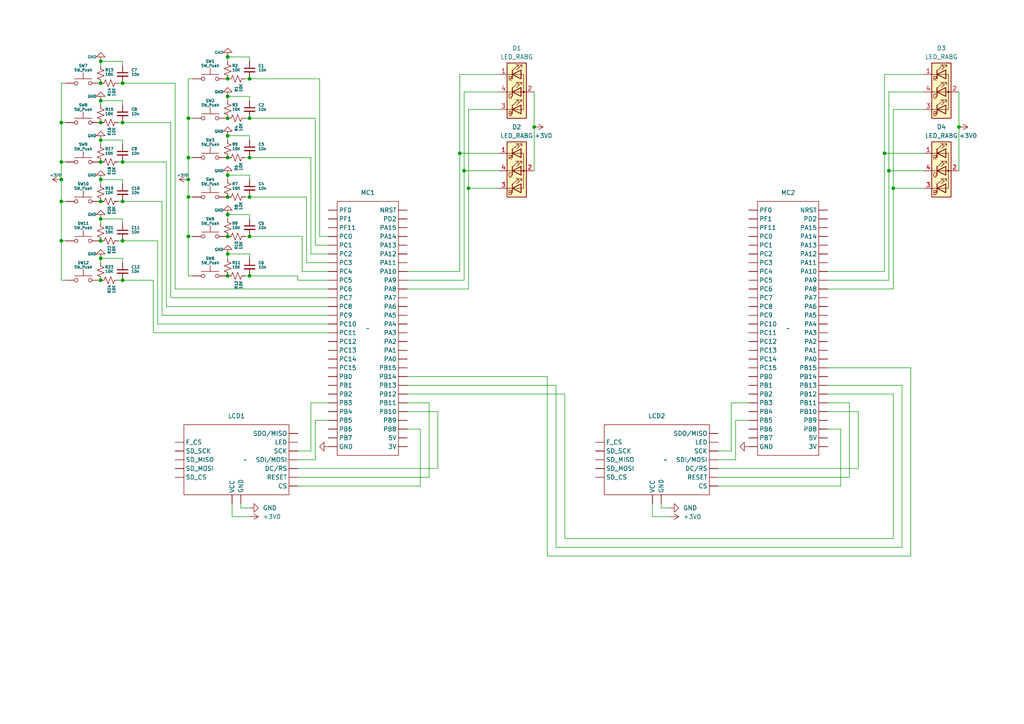
<source format=kicad_sch>
(kicad_sch (version 20230121) (generator eeschema)
  (paper "A4")
  (lib_symbols
    (symbol "Device:C_Small" (pin_numbers hide) (pin_names (offset 0.254) hide)
      (property "Reference" "C" (at 0.254 1.778 0))
      (property "Value" "C_Small" (at 0.254 -2.032 0))
      (symbol "C_Small_0_1"
        (polyline (pts (xy -1.524 -0.508) (xy 1.524 -0.508)) (stroke (width 0.3302)))
        (polyline (pts (xy -1.524 0.508) (xy 1.524 0.508)) (stroke (width 0.3048)))
      )
      (symbol "C_Small_1_1"
        (pin passive line (at 0 2.54 270) (length 2.032) (name "~") (number "1"))
        (pin passive line (at 0 -2.54 90) (length 2.032) (name "~") (number "2"))
      )
    )
    (symbol "Device:LED_RABG" (pin_names (offset 0) hide)
      (property "Reference" "D" (at 0 9.398 0))
      (property "Value" "LED_RABG" (at 0 -8.89 0))
      (symbol "LED_RABG_0_0"
        (text "B" (at -1.905 -6.35 0) (effects (font (size 1.27 1.27))))
        (text "G" (at -1.905 -1.27 0) (effects (font (size 1.27 1.27))))
        (text "R" (at -1.905 3.81 0) (effects (font (size 1.27 1.27))))
      )
      (symbol "LED_RABG_0_1"
        (polyline (pts (xy -1.27 -5.08) (xy -2.54 -5.08)))
        (polyline (pts (xy -1.27 -5.08) (xy 1.27 -5.08)))
        (polyline (pts (xy -1.27 -3.81) (xy -1.27 -6.35)) (stroke (width 0.254)))
        (polyline (pts (xy -1.27 0) (xy -2.54 0)))
        (polyline (pts (xy -1.27 1.27) (xy -1.27 -1.27)) (stroke (width 0.254)))
        (polyline (pts (xy -1.27 5.08) (xy -2.54 5.08)))
        (polyline (pts (xy -1.27 5.08) (xy 1.27 5.08)))
        (polyline (pts (xy -1.27 6.35) (xy -1.27 3.81)) (stroke (width 0.254)))
        (polyline (pts (xy 1.27 0) (xy -1.27 0)))
        (polyline (pts (xy 1.27 0) (xy 2.54 0)))
        (polyline (pts (xy -1.27 1.27) (xy -1.27 -1.27) (xy -1.27 -1.27)))
        (polyline (pts (xy -1.27 6.35) (xy -1.27 3.81) (xy -1.27 3.81)))
        (polyline (pts (xy 1.27 -5.08) (xy 2.032 -5.08) (xy 2.032 5.08) (xy 1.27 5.08)))
        (polyline (pts (xy 1.27 -3.81) (xy 1.27 -6.35) (xy -1.27 -5.08) (xy 1.27 -3.81)) (stroke (width 0.254)))
        (polyline (pts (xy 1.27 1.27) (xy 1.27 -1.27) (xy -1.27 0) (xy 1.27 1.27)) (stroke (width 0.254)))
        (polyline (pts (xy 1.27 6.35) (xy 1.27 3.81) (xy -1.27 5.08) (xy 1.27 6.35)) (stroke (width 0.254)))
        (polyline (pts (xy -1.016 -3.81) (xy 0.508 -2.286) (xy -0.254 -2.286) (xy 0.508 -2.286) (xy 0.508 -3.048)))
        (polyline (pts (xy -1.016 1.27) (xy 0.508 2.794) (xy -0.254 2.794) (xy 0.508 2.794) (xy 0.508 2.032)))
        (polyline (pts (xy -1.016 6.35) (xy 0.508 7.874) (xy -0.254 7.874) (xy 0.508 7.874) (xy 0.508 7.112)))
        (polyline (pts (xy 0 -3.81) (xy 1.524 -2.286) (xy 0.762 -2.286) (xy 1.524 -2.286) (xy 1.524 -3.048)))
        (polyline (pts (xy 0 1.27) (xy 1.524 2.794) (xy 0.762 2.794) (xy 1.524 2.794) (xy 1.524 2.032)))
        (polyline (pts (xy 0 6.35) (xy 1.524 7.874) (xy 0.762 7.874) (xy 1.524 7.874) (xy 1.524 7.112)))
        (rectangle (start 1.27 -1.27) (end 1.27 1.27))
        (rectangle (start 1.27 1.27) (end 1.27 1.27))
        (rectangle (start 1.27 3.81) (end 1.27 6.35))
        (rectangle (start 1.27 6.35) (end 1.27 6.35))
        (circle (center 2.032 0) (radius 0.254) (fill (type outline)))
        (rectangle (start 2.794 8.382) (end -2.794 -7.62) (stroke (width 0.254)) (fill (type background)))
      )
      (symbol "LED_RABG_1_1"
        (pin passive line (at -5.08 5.08 0) (length 2.54) (name "RK") (number "1"))
        (pin passive line (at 5.08 0 180) (length 2.54) (name "A") (number "2"))
        (pin passive line (at -5.08 -5.08 0) (length 2.54) (name "BK") (number "3"))
        (pin passive line (at -5.08 0 0) (length 2.54) (name "GK") (number "4"))
      )
    )
    (symbol "Device:R_Small_US" (pin_numbers hide) (pin_names (offset 0.254) hide)
      (property "Reference" "R" (at 0.762 0.508 0))
      (property "Value" "R_Small_US" (at 0.762 -1.016 0))
      (symbol "R_Small_US_1_1"
        (polyline (pts (xy 0 0) (xy 1.016 -0.381) (xy 0 -0.762) (xy -1.016 -1.143) (xy 0 -1.524)))
        (polyline (pts (xy 0 1.524) (xy 1.016 1.143) (xy 0 0.762) (xy -1.016 0.381) (xy 0 0)))
        (pin passive line (at 0 2.54 270) (length 1.016) (name "~") (number "1"))
        (pin passive line (at 0 -2.54 90) (length 1.016) (name "~") (number "2"))
      )
    )
    (symbol "Switch:SW_Push" (pin_numbers hide) (pin_names (offset 1.016) hide)
      (property "Reference" "SW" (at 1.27 2.54 0))
      (property "Value" "SW_Push" (at 0 -1.524 0))
      (symbol "SW_Push_0_1"
        (circle (center -2.032 0) (radius 0.508))
        (polyline (pts (xy 0 1.27) (xy 0 3.048)))
        (polyline (pts (xy 2.54 1.27) (xy -2.54 1.27)))
        (circle (center 2.032 0) (radius 0.508))
        (pin passive line (at -5.08 0 0) (length 2.54) (name "1") (number "1"))
        (pin passive line (at 5.08 0 180) (length 2.54) (name "2") (number "2"))
      )
    )
    (symbol "custom_library:2.2-TFT-SPI"
      (property "Reference" "LCD" (at 0 0 0))
      (symbol "2.2-TFT-SPI_0_1"
        (rectangle (start -15.24 10.16) (end 15.24 -10.16))
      )
      (symbol "2.2-TFT-SPI_1_1"
        (pin input line (at 17.78 -7.62 180) (length 2.54) (name "CS") (number ""))
        (pin input line (at 17.78 -2.54 180) (length 2.54) (name "DC/RS") (number ""))
        (pin input line (at -17.78 5.08 0) (length 2.54) (name "F_CS") (number ""))
        (pin power_in line (at 1.27 -12.7 90) (length 2.54) (name "GND") (number ""))
        (pin power_in line (at 17.78 5.08 180) (length 2.54) (name "LED") (number ""))
        (pin input line (at 17.78 -5.08 180) (length 2.54) (name "RESET") (number ""))
        (pin input line (at 17.78 2.54 180) (length 2.54) (name "SCK") (number ""))
        (pin input line (at 17.78 0 180) (length 2.54) (name "SDI/MOSI") (number ""))
        (pin output line (at 17.78 7.62 180) (length 2.54) (name "SDO/MISO") (number ""))
        (pin input line (at -17.78 -5.08 0) (length 2.54) (name "SD_CS") (number ""))
        (pin output line (at -17.78 0 0) (length 2.54) (name "SD_MISO") (number ""))
        (pin input line (at -17.78 -2.54 0) (length 2.54) (name "SD_MOSI") (number ""))
        (pin input line (at -17.78 2.54 0) (length 2.54) (name "SD_SCK") (number ""))
        (pin power_in line (at -1.27 -12.7 90) (length 2.54) (name "VCC") (number ""))
      )
    )
    (symbol "custom_library:stm32_board"
      (property "Reference" "MC" (at 0 39.37 0))
      (symbol "stm32_board_0_1"
        (rectangle (start -8.89 36.83) (end 8.89 -36.83))
      )
      (symbol "stm32_board_1_1"
        (pin power_out line (at 11.43 -34.29 180) (length 2.54) (name "3V") (number ""))
        (pin power_in line (at 11.43 -31.75 180) (length 2.54) (name "5V") (number ""))
        (pin power_in line (at -11.43 -34.29 0) (length 2.54) (name "GND") (number ""))
        (pin bidirectional line (at 11.43 34.29 180) (length 2.54) (name "NRST") (number ""))
        (pin bidirectional line (at 11.43 -8.89 180) (length 2.54) (name "PA0") (number ""))
        (pin bidirectional line (at 11.43 -6.35 180) (length 2.54) (name "PA1") (number ""))
        (pin bidirectional line (at 11.43 16.51 180) (length 2.54) (name "PA10") (number ""))
        (pin bidirectional line (at 11.43 19.05 180) (length 2.54) (name "PA11") (number ""))
        (pin bidirectional line (at 11.43 21.59 180) (length 2.54) (name "PA12") (number ""))
        (pin bidirectional line (at 11.43 24.13 180) (length 2.54) (name "PA13") (number ""))
        (pin bidirectional line (at 11.43 26.67 180) (length 2.54) (name "PA14") (number ""))
        (pin bidirectional line (at 11.43 29.21 180) (length 2.54) (name "PA15") (number ""))
        (pin bidirectional line (at 11.43 -3.81 180) (length 2.54) (name "PA2") (number ""))
        (pin bidirectional line (at 11.43 -1.27 180) (length 2.54) (name "PA3") (number ""))
        (pin bidirectional line (at 11.43 1.27 180) (length 2.54) (name "PA4") (number ""))
        (pin bidirectional line (at 11.43 3.81 180) (length 2.54) (name "PA5") (number ""))
        (pin bidirectional line (at 11.43 6.35 180) (length 2.54) (name "PA6") (number ""))
        (pin bidirectional line (at 11.43 8.89 180) (length 2.54) (name "PA7") (number ""))
        (pin bidirectional line (at 11.43 11.43 180) (length 2.54) (name "PA8") (number ""))
        (pin bidirectional line (at 11.43 13.97 180) (length 2.54) (name "PA9") (number ""))
        (pin bidirectional line (at -11.43 -13.97 0) (length 2.54) (name "PB0") (number ""))
        (pin bidirectional line (at -11.43 -16.51 0) (length 2.54) (name "PB1") (number ""))
        (pin bidirectional line (at 11.43 -24.13 180) (length 2.54) (name "PB10") (number ""))
        (pin bidirectional line (at 11.43 -21.59 180) (length 2.54) (name "PB11") (number ""))
        (pin bidirectional line (at 11.43 -19.05 180) (length 2.54) (name "PB12") (number ""))
        (pin bidirectional line (at 11.43 -16.51 180) (length 2.54) (name "PB13") (number ""))
        (pin bidirectional line (at 11.43 -13.97 180) (length 2.54) (name "PB14") (number ""))
        (pin bidirectional line (at 11.43 -11.43 180) (length 2.54) (name "PB15") (number ""))
        (pin bidirectional line (at -11.43 -19.05 0) (length 2.54) (name "PB2") (number ""))
        (pin bidirectional line (at -11.43 -21.59 0) (length 2.54) (name "PB3") (number ""))
        (pin bidirectional line (at -11.43 -24.13 0) (length 2.54) (name "PB4") (number ""))
        (pin bidirectional line (at -11.43 -26.67 0) (length 2.54) (name "PB5") (number ""))
        (pin bidirectional line (at -11.43 -29.21 0) (length 2.54) (name "PB6") (number ""))
        (pin bidirectional line (at -11.43 -31.75 0) (length 2.54) (name "PB7") (number ""))
        (pin bidirectional line (at 11.43 -29.21 180) (length 2.54) (name "PB8") (number ""))
        (pin bidirectional line (at 11.43 -26.67 180) (length 2.54) (name "PB9") (number ""))
        (pin bidirectional line (at -11.43 26.67 0) (length 2.54) (name "PC0") (number ""))
        (pin bidirectional line (at -11.43 24.13 0) (length 2.54) (name "PC1") (number ""))
        (pin bidirectional line (at -11.43 1.27 0) (length 2.54) (name "PC10") (number ""))
        (pin bidirectional line (at -11.43 -1.27 0) (length 2.54) (name "PC11") (number ""))
        (pin bidirectional line (at -11.43 -3.81 0) (length 2.54) (name "PC12") (number ""))
        (pin bidirectional line (at -11.43 -6.35 0) (length 2.54) (name "PC13") (number ""))
        (pin bidirectional line (at -11.43 -8.89 0) (length 2.54) (name "PC14") (number ""))
        (pin bidirectional line (at -11.43 -11.43 0) (length 2.54) (name "PC15") (number ""))
        (pin bidirectional line (at -11.43 21.59 0) (length 2.54) (name "PC2") (number ""))
        (pin bidirectional line (at -11.43 19.05 0) (length 2.54) (name "PC3") (number ""))
        (pin bidirectional line (at -11.43 16.51 0) (length 2.54) (name "PC4") (number ""))
        (pin bidirectional line (at -11.43 13.97 0) (length 2.54) (name "PC5") (number ""))
        (pin bidirectional line (at -11.43 11.43 0) (length 2.54) (name "PC6") (number ""))
        (pin bidirectional line (at -11.43 8.89 0) (length 2.54) (name "PC7") (number ""))
        (pin bidirectional line (at -11.43 6.35 0) (length 2.54) (name "PC8") (number ""))
        (pin bidirectional line (at -11.43 3.81 0) (length 2.54) (name "PC9") (number ""))
        (pin bidirectional line (at 11.43 31.75 180) (length 2.54) (name "PD2") (number ""))
        (pin bidirectional line (at -11.43 34.29 0) (length 2.54) (name "PF0") (number ""))
        (pin bidirectional line (at -11.43 31.75 0) (length 2.54) (name "PF1") (number ""))
        (pin bidirectional line (at -11.43 29.21 0) (length 2.54) (name "PF11") (number ""))
      )
    )
    (symbol "power:+3V0" (power) (pin_names (offset 0))
      (property "Value" "+3V0" (at 0 3.556 0))
      (symbol "+3V0_0_1"
        (polyline (pts (xy -0.762 1.27) (xy 0 2.54)))
        (polyline (pts (xy 0 0) (xy 0 2.54)))
        (polyline (pts (xy 0 2.54) (xy 0.762 1.27)))
      )
      (symbol "+3V0_1_1"
        (pin power_in line (at 0 0 90) (length 0) hide (name "+3V0") (number "1"))
      )
    )
    (symbol "power:GND" (power) (pin_names (offset 0))
      (property "Value" "GND" (at 0 -3.81 0))
      (symbol "GND_0_1"
        (polyline (pts (xy 0 0) (xy 0 -1.27) (xy 1.27 -1.27) (xy 0 -2.54) (xy -1.27 -1.27) (xy 0 -1.27)))
      )
      (symbol "GND_1_1"
        (pin power_in line (at 0 0 270) (length 0) hide (name "GND") (number "1"))
      )
    )
  )
  (junction (at 29.21 24.13))
  (junction (at 17.78 46.99))
  (junction (at 257.81 49.53))
  (junction (at 66.04 16.51))
  (junction (at 17.78 58.42))
  (junction (at 72.39 80.01))
  (junction (at 66.04 73.66))
  (junction (at 66.04 50.8))
  (junction (at 72.39 68.58))
  (junction (at 256.54 44.45))
  (junction (at 278.13 36.83))
  (junction (at 17.78 69.85))
  (junction (at 72.39 34.29))
  (junction (at 54.61 68.58))
  (junction (at 259.08 54.61))
  (junction (at 154.94 36.83))
  (junction (at 35.56 58.42))
  (junction (at 66.04 62.23))
  (junction (at 29.21 69.85))
  (junction (at 72.39 22.86))
  (junction (at 66.04 68.58))
  (junction (at 35.56 46.99))
  (junction (at 29.21 81.28))
  (junction (at 29.21 58.42))
  (junction (at 54.61 45.72))
  (junction (at 66.04 34.29))
  (junction (at 66.04 80.01))
  (junction (at 134.62 49.53))
  (junction (at 133.35 44.45))
  (junction (at 35.56 24.13))
  (junction (at 66.04 39.37))
  (junction (at 29.21 74.93))
  (junction (at 29.21 52.07))
  (junction (at 35.56 69.85))
  (junction (at 29.21 17.78))
  (junction (at 35.56 81.28))
  (junction (at 29.21 63.5))
  (junction (at 54.61 34.29))
  (junction (at 72.39 45.72))
  (junction (at 29.21 40.64))
  (junction (at 72.39 57.15))
  (junction (at 66.04 22.86))
  (junction (at 29.21 35.56))
  (junction (at 29.21 29.21))
  (junction (at 29.21 46.99))
  (junction (at 35.56 35.56))
  (junction (at 54.61 57.15))
  (junction (at 66.04 27.94))
  (junction (at 66.04 57.15))
  (junction (at 54.61 52.07))
  (junction (at 17.78 35.56))
  (junction (at 66.04 45.72))
  (junction (at 135.89 54.61))
  (junction (at 17.78 52.07))
  (wire (pts (xy 66.04 73.66) (xy 66.04 74.93)))
  (wire (pts (xy 124.46 116.84) (xy 118.11 116.84)))
  (wire (pts (xy 212.09 130.81) (xy 212.09 116.84)))
  (wire (pts (xy 208.28 133.35) (xy 213.36 133.35)))
  (wire (pts (xy 29.21 74.93) (xy 29.21 76.2)))
  (wire (pts (xy 208.28 130.81) (xy 212.09 130.81)))
  (wire (pts (xy 66.04 39.37) (xy 72.39 39.37)))
  (wire (pts (xy 54.61 57.15) (xy 55.88 57.15)))
  (wire (pts (xy 72.39 57.15) (xy 88.9 57.15)))
  (wire (pts (xy 259.08 31.75) (xy 259.08 54.61)))
  (wire (pts (xy 29.21 17.78) (xy 35.56 17.78)))
  (wire (pts (xy 29.21 40.64) (xy 29.21 41.91)))
  (wire (pts (xy 72.39 40.64) (xy 72.39 39.37)))
  (wire (pts (xy 72.39 52.07) (xy 72.39 50.8)))
  (wire (pts (xy 91.44 133.35) (xy 91.44 121.92)))
  (wire (pts (xy 34.29 81.28) (xy 35.56 81.28)))
  (wire (pts (xy 72.39 17.78) (xy 72.39 16.51)))
  (wire (pts (xy 29.21 17.78) (xy 29.21 19.05)))
  (wire (pts (xy 72.39 34.29) (xy 91.44 34.29)))
  (wire (pts (xy 66.04 62.23) (xy 66.04 63.5)))
  (wire (pts (xy 127 119.38) (xy 118.11 119.38)))
  (wire (pts (xy 35.56 69.85) (xy 45.72 69.85)))
  (wire (pts (xy 134.62 49.53) (xy 134.62 81.28)))
  (wire (pts (xy 154.94 26.67) (xy 154.94 36.83)))
  (wire (pts (xy 90.17 45.72) (xy 90.17 73.66)))
  (wire (pts (xy 86.36 81.28) (xy 95.25 81.28)))
  (wire (pts (xy 87.63 68.58) (xy 87.63 78.74)))
  (wire (pts (xy 54.61 68.58) (xy 55.88 68.58)))
  (wire (pts (xy 35.56 53.34) (xy 35.56 52.07)))
  (wire (pts (xy 17.78 35.56) (xy 19.05 35.56)))
  (wire (pts (xy 66.04 62.23) (xy 72.39 62.23)))
  (wire (pts (xy 158.75 161.29) (xy 264.16 161.29)))
  (wire (pts (xy 17.78 52.07) (xy 17.78 58.42)))
  (wire (pts (xy 267.97 26.67) (xy 257.81 26.67)))
  (wire (pts (xy 158.75 109.22) (xy 118.11 109.22)))
  (wire (pts (xy 127 135.89) (xy 127 119.38)))
  (wire (pts (xy 95.25 88.9) (xy 48.26 88.9)))
  (wire (pts (xy 54.61 52.07) (xy 54.61 57.15)))
  (wire (pts (xy 72.39 80.01) (xy 86.36 80.01)))
  (wire (pts (xy 124.46 138.43) (xy 124.46 116.84)))
  (wire (pts (xy 35.56 81.28) (xy 44.45 81.28)))
  (wire (pts (xy 144.78 49.53) (xy 134.62 49.53)))
  (wire (pts (xy 29.21 52.07) (xy 29.21 53.34)))
  (wire (pts (xy 121.92 140.97) (xy 121.92 124.46)))
  (wire (pts (xy 66.04 73.66) (xy 72.39 73.66)))
  (wire (pts (xy 86.36 133.35) (xy 91.44 133.35)))
  (wire (pts (xy 49.53 86.36) (xy 95.25 86.36)))
  (wire (pts (xy 91.44 71.12) (xy 95.25 71.12)))
  (wire (pts (xy 161.29 158.75) (xy 161.29 111.76)))
  (wire (pts (xy 54.61 57.15) (xy 54.61 68.58)))
  (wire (pts (xy 17.78 69.85) (xy 17.78 81.28)))
  (wire (pts (xy 163.83 114.3) (xy 118.11 114.3)))
  (wire (pts (xy 29.21 74.93) (xy 35.56 74.93)))
  (wire (pts (xy 135.89 54.61) (xy 135.89 83.82)))
  (wire (pts (xy 144.78 26.67) (xy 134.62 26.67)))
  (wire (pts (xy 261.62 111.76) (xy 261.62 158.75)))
  (wire (pts (xy 49.53 35.56) (xy 49.53 86.36)))
  (wire (pts (xy 29.21 40.64) (xy 35.56 40.64)))
  (wire (pts (xy 29.21 29.21) (xy 35.56 29.21)))
  (wire (pts (xy 17.78 58.42) (xy 19.05 58.42)))
  (wire (pts (xy 17.78 35.56) (xy 17.78 24.13)))
  (wire (pts (xy 69.85 147.32) (xy 69.85 146.05)))
  (wire (pts (xy 194.31 149.86) (xy 189.23 149.86)))
  (wire (pts (xy 90.17 116.84) (xy 95.25 116.84)))
  (wire (pts (xy 246.38 138.43) (xy 246.38 116.84)))
  (wire (pts (xy 35.56 24.13) (xy 50.8 24.13)))
  (wire (pts (xy 212.09 116.84) (xy 217.17 116.84)))
  (wire (pts (xy 208.28 135.89) (xy 248.92 135.89)))
  (wire (pts (xy 92.71 22.86) (xy 92.71 68.58)))
  (wire (pts (xy 54.61 22.86) (xy 55.88 22.86)))
  (wire (pts (xy 86.36 140.97) (xy 121.92 140.97)))
  (wire (pts (xy 88.9 76.2) (xy 95.25 76.2)))
  (wire (pts (xy 213.36 121.92) (xy 217.17 121.92)))
  (wire (pts (xy 35.56 35.56) (xy 49.53 35.56)))
  (wire (pts (xy 256.54 21.59) (xy 256.54 44.45)))
  (wire (pts (xy 66.04 27.94) (xy 72.39 27.94)))
  (wire (pts (xy 66.04 16.51) (xy 72.39 16.51)))
  (wire (pts (xy 17.78 46.99) (xy 19.05 46.99)))
  (wire (pts (xy 66.04 27.94) (xy 66.04 29.21)))
  (wire (pts (xy 54.61 34.29) (xy 55.88 34.29)))
  (wire (pts (xy 163.83 114.3) (xy 163.83 156.21)))
  (wire (pts (xy 71.12 57.15) (xy 72.39 57.15)))
  (wire (pts (xy 144.78 44.45) (xy 133.35 44.45)))
  (wire (pts (xy 66.04 50.8) (xy 72.39 50.8)))
  (wire (pts (xy 267.97 54.61) (xy 259.08 54.61)))
  (wire (pts (xy 34.29 35.56) (xy 35.56 35.56)))
  (wire (pts (xy 34.29 69.85) (xy 35.56 69.85)))
  (wire (pts (xy 133.35 78.74) (xy 118.11 78.74)))
  (wire (pts (xy 144.78 31.75) (xy 135.89 31.75)))
  (wire (pts (xy 72.39 68.58) (xy 87.63 68.58)))
  (wire (pts (xy 17.78 69.85) (xy 19.05 69.85)))
  (wire (pts (xy 29.21 63.5) (xy 35.56 63.5)))
  (wire (pts (xy 50.8 83.82) (xy 95.25 83.82)))
  (wire (pts (xy 208.28 138.43) (xy 246.38 138.43)))
  (wire (pts (xy 267.97 49.53) (xy 257.81 49.53)))
  (wire (pts (xy 256.54 78.74) (xy 240.03 78.74)))
  (wire (pts (xy 72.39 29.21) (xy 72.39 27.94)))
  (wire (pts (xy 240.03 81.28) (xy 257.81 81.28)))
  (wire (pts (xy 44.45 81.28) (xy 44.45 96.52)))
  (wire (pts (xy 19.05 81.28) (xy 17.78 81.28)))
  (wire (pts (xy 278.13 26.67) (xy 278.13 36.83)))
  (wire (pts (xy 92.71 68.58) (xy 95.25 68.58)))
  (wire (pts (xy 264.16 161.29) (xy 264.16 106.68)))
  (wire (pts (xy 261.62 158.75) (xy 161.29 158.75)))
  (wire (pts (xy 54.61 45.72) (xy 55.88 45.72)))
  (wire (pts (xy 54.61 34.29) (xy 54.61 22.86)))
  (wire (pts (xy 35.56 41.91) (xy 35.56 40.64)))
  (wire (pts (xy 86.36 138.43) (xy 124.46 138.43)))
  (wire (pts (xy 17.78 24.13) (xy 19.05 24.13)))
  (wire (pts (xy 50.8 24.13) (xy 50.8 83.82)))
  (wire (pts (xy 48.26 88.9) (xy 48.26 46.99)))
  (wire (pts (xy 71.12 22.86) (xy 72.39 22.86)))
  (wire (pts (xy 86.36 130.81) (xy 90.17 130.81)))
  (wire (pts (xy 246.38 116.84) (xy 240.03 116.84)))
  (wire (pts (xy 35.56 64.77) (xy 35.56 63.5)))
  (wire (pts (xy 71.12 45.72) (xy 72.39 45.72)))
  (wire (pts (xy 90.17 73.66) (xy 95.25 73.66)))
  (wire (pts (xy 259.08 54.61) (xy 259.08 83.82)))
  (wire (pts (xy 72.39 63.5) (xy 72.39 62.23)))
  (wire (pts (xy 54.61 45.72) (xy 54.61 34.29)))
  (wire (pts (xy 135.89 31.75) (xy 135.89 54.61)))
  (wire (pts (xy 66.04 39.37) (xy 66.04 40.64)))
  (wire (pts (xy 133.35 44.45) (xy 133.35 78.74)))
  (wire (pts (xy 163.83 156.21) (xy 259.08 156.21)))
  (wire (pts (xy 72.39 22.86) (xy 92.71 22.86)))
  (wire (pts (xy 144.78 54.61) (xy 135.89 54.61)))
  (wire (pts (xy 72.39 45.72) (xy 90.17 45.72)))
  (wire (pts (xy 17.78 46.99) (xy 17.78 35.56)))
  (wire (pts (xy 161.29 111.76) (xy 118.11 111.76)))
  (wire (pts (xy 189.23 146.05) (xy 189.23 149.86)))
  (wire (pts (xy 259.08 114.3) (xy 240.03 114.3)))
  (wire (pts (xy 267.97 21.59) (xy 256.54 21.59)))
  (wire (pts (xy 133.35 21.59) (xy 133.35 44.45)))
  (wire (pts (xy 259.08 156.21) (xy 259.08 114.3)))
  (wire (pts (xy 34.29 24.13) (xy 35.56 24.13)))
  (wire (pts (xy 29.21 29.21) (xy 29.21 30.48)))
  (wire (pts (xy 90.17 130.81) (xy 90.17 116.84)))
  (wire (pts (xy 48.26 46.99) (xy 35.56 46.99)))
  (wire (pts (xy 34.29 46.99) (xy 35.56 46.99)))
  (wire (pts (xy 66.04 16.51) (xy 66.04 17.78)))
  (wire (pts (xy 87.63 78.74) (xy 95.25 78.74)))
  (wire (pts (xy 71.12 34.29) (xy 72.39 34.29)))
  (wire (pts (xy 158.75 109.22) (xy 158.75 161.29)))
  (wire (pts (xy 54.61 68.58) (xy 54.61 80.01)))
  (wire (pts (xy 135.89 83.82) (xy 118.11 83.82)))
  (wire (pts (xy 144.78 21.59) (xy 133.35 21.59)))
  (wire (pts (xy 248.92 119.38) (xy 240.03 119.38)))
  (wire (pts (xy 264.16 106.68) (xy 240.03 106.68)))
  (wire (pts (xy 213.36 133.35) (xy 213.36 121.92)))
  (wire (pts (xy 46.99 91.44) (xy 95.25 91.44)))
  (wire (pts (xy 88.9 57.15) (xy 88.9 76.2)))
  (wire (pts (xy 154.94 36.83) (xy 154.94 49.53)))
  (wire (pts (xy 54.61 45.72) (xy 54.61 52.07)))
  (wire (pts (xy 35.56 30.48) (xy 35.56 29.21)))
  (wire (pts (xy 69.85 147.32) (xy 72.39 147.32)))
  (wire (pts (xy 44.45 96.52) (xy 95.25 96.52)))
  (wire (pts (xy 29.21 52.07) (xy 35.56 52.07)))
  (wire (pts (xy 17.78 52.07) (xy 17.78 46.99)))
  (wire (pts (xy 256.54 44.45) (xy 256.54 78.74)))
  (wire (pts (xy 257.81 49.53) (xy 257.81 81.28)))
  (wire (pts (xy 35.56 76.2) (xy 35.56 74.93)))
  (wire (pts (xy 91.44 34.29) (xy 91.44 71.12)))
  (wire (pts (xy 55.88 80.01) (xy 54.61 80.01)))
  (wire (pts (xy 191.77 146.05) (xy 191.77 147.32)))
  (wire (pts (xy 45.72 69.85) (xy 45.72 93.98)))
  (wire (pts (xy 67.31 149.86) (xy 67.31 146.05)))
  (wire (pts (xy 91.44 121.92) (xy 95.25 121.92)))
  (wire (pts (xy 72.39 149.86) (xy 67.31 149.86)))
  (wire (pts (xy 257.81 26.67) (xy 257.81 49.53)))
  (wire (pts (xy 71.12 68.58) (xy 72.39 68.58)))
  (wire (pts (xy 86.36 80.01) (xy 86.36 81.28)))
  (wire (pts (xy 29.21 63.5) (xy 29.21 64.77)))
  (wire (pts (xy 208.28 140.97) (xy 243.84 140.97)))
  (wire (pts (xy 243.84 124.46) (xy 240.03 124.46)))
  (wire (pts (xy 134.62 26.67) (xy 134.62 49.53)))
  (wire (pts (xy 243.84 140.97) (xy 243.84 124.46)))
  (wire (pts (xy 259.08 83.82) (xy 240.03 83.82)))
  (wire (pts (xy 240.03 111.76) (xy 261.62 111.76)))
  (wire (pts (xy 278.13 36.83) (xy 278.13 49.53)))
  (wire (pts (xy 17.78 58.42) (xy 17.78 69.85)))
  (wire (pts (xy 34.29 58.42) (xy 35.56 58.42)))
  (wire (pts (xy 66.04 50.8) (xy 66.04 52.07)))
  (wire (pts (xy 35.56 58.42) (xy 46.99 58.42)))
  (wire (pts (xy 267.97 44.45) (xy 256.54 44.45)))
  (wire (pts (xy 71.12 80.01) (xy 72.39 80.01)))
  (wire (pts (xy 191.77 147.32) (xy 194.31 147.32)))
  (wire (pts (xy 121.92 124.46) (xy 118.11 124.46)))
  (wire (pts (xy 118.11 81.28) (xy 134.62 81.28)))
  (wire (pts (xy 267.97 31.75) (xy 259.08 31.75)))
  (wire (pts (xy 35.56 19.05) (xy 35.56 17.78)))
  (wire (pts (xy 45.72 93.98) (xy 95.25 93.98)))
  (wire (pts (xy 72.39 74.93) (xy 72.39 73.66)))
  (wire (pts (xy 46.99 58.42) (xy 46.99 91.44)))
  (wire (pts (xy 248.92 135.89) (xy 248.92 119.38)))
  (wire (pts (xy 127 135.89) (xy 86.36 135.89)))
  (symbol (lib_id "Device:R_Small_US") (at 31.75 24.13 270) (unit 1)
    (property "Reference" "R14" (at 31.75 27.94 0) (effects (font (size 0.8 0.8)) (justify right)))
    (property "Value" "10K" (at 33.02 27.94 0) (effects (font (size 0.8 0.8)) (justify right)))
  )
  (symbol (lib_id "power:GND") (at 66.04 39.37 180) (unit 1)
    (property "Reference" "#PWR010" (effects hide))
    (property "Value" "GND" (at 63.5 38.1 0) (effects (font (size 0.8 0.8))))
  )
  (symbol (lib_id "power:GND") (at 29.21 40.64 180) (unit 1)
    (property "Reference" "#PWR016" (effects hide))
    (property "Value" "GND" (at 26.67 39.37 0) (effects (font (size 0.8 0.8))))
  )
  (symbol (lib_id "power:GND") (at 29.21 29.21 180) (unit 1)
    (property "Reference" "#PWR015" (effects hide))
    (property "Value" "GND" (at 26.67 27.94 0) (effects (font (size 0.8 0.8))))
  )
  (symbol (lib_id "Device:C_Small") (at 72.39 31.75 0) (unit 1)
    (property "Reference" "C2" (at 74.93 30.4863 0) (effects (font (size 0.8 0.8)) (justify left)))
    (property "Value" "10n" (at 74.93 31.75 0) (effects (font (size 0.8 0.8)) (justify left)))
  )
  (symbol (lib_id "Device:R_Small_US") (at 66.04 20.32 180) (unit 1)
    (property "Reference" "R2" (at 67.31 19.05 0) (effects (font (size 0.8 0.8)) (justify right)))
    (property "Value" "10K" (at 67.31 20.32 0) (effects (font (size 0.8 0.8)) (justify right)))
  )
  (symbol (lib_id "Device:R_Small_US") (at 68.58 45.72 270) (unit 1)
    (property "Reference" "R6" (at 68.58 49.53 0) (effects (font (size 0.8 0.8)) (justify right)))
    (property "Value" "10K" (at 69.85 49.53 0) (effects (font (size 0.8 0.8)) (justify right)))
  )
  (symbol (lib_id "Device:R_Small_US") (at 29.21 78.74 180) (unit 1)
    (property "Reference" "R23" (at 30.48 77.47 0) (effects (font (size 0.8 0.8)) (justify right)))
    (property "Value" "10K" (at 30.48 78.74 0) (effects (font (size 0.8 0.8)) (justify right)))
  )
  (symbol (lib_id "Switch:SW_Push") (at 24.13 81.28 0) (unit 1)
    (property "Reference" "SW12" (at 24.13 76.2 0) (effects (font (size 0.8 0.8))))
    (property "Value" "SW_Push" (at 24.13 77.47 0) (effects (font (size 0.8 0.8))))
  )
  (symbol (lib_id "Switch:SW_Push") (at 24.13 46.99 0) (unit 1)
    (property "Reference" "SW9" (at 24.13 41.91 0) (effects (font (size 0.8 0.8))))
    (property "Value" "SW_Push" (at 24.13 43.18 0) (effects (font (size 0.8 0.8))))
  )
  (symbol (lib_id "Switch:SW_Push") (at 60.96 34.29 0) (unit 1)
    (property "Reference" "SW2" (at 60.96 29.21 0) (effects (font (size 0.8 0.8))))
    (property "Value" "SW_Push" (at 60.96 30.48 0) (effects (font (size 0.8 0.8))))
  )
  (symbol (lib_id "power:GND") (at 66.04 50.8 180) (unit 1)
    (property "Reference" "#PWR011" (effects hide))
    (property "Value" "GND" (at 63.5 49.53 0) (effects (font (size 0.8 0.8))))
  )
  (symbol (lib_id "power:GND") (at 95.25 129.54 270) (unit 1)
    (property "Reference" "#PWR05" (effects hide))
    (property "Value" "GND" (effects hide))
  )
  (symbol (lib_id "Switch:SW_Push") (at 24.13 69.85 0) (unit 1)
    (property "Reference" "SW11" (at 24.13 64.77 0) (effects (font (size 0.8 0.8))))
    (property "Value" "SW_Push" (at 24.13 66.04 0) (effects (font (size 0.8 0.8))))
  )
  (symbol (lib_id "Device:R_Small_US") (at 31.75 35.56 270) (unit 1)
    (property "Reference" "R16" (at 31.75 39.37 0) (effects (font (size 0.8 0.8)) (justify right)))
    (property "Value" "10K" (at 33.02 39.37 0) (effects (font (size 0.8 0.8)) (justify right)))
  )
  (symbol (lib_id "Device:C_Small") (at 35.56 33.02 0) (unit 1)
    (property "Reference" "C8" (at 38.1 31.7563 0) (effects (font (size 0.8 0.8)) (justify left)))
    (property "Value" "10n" (at 38.1 33.02 0) (effects (font (size 0.8 0.8)) (justify left)))
  )
  (symbol (lib_id "Device:C_Small") (at 35.56 55.88 0) (unit 1)
    (property "Reference" "C10" (at 38.1 54.6163 0) (effects (font (size 0.8 0.8)) (justify left)))
    (property "Value" "10n" (at 38.1 55.88 0) (effects (font (size 0.8 0.8)) (justify left)))
  )
  (symbol (lib_id "Device:C_Small") (at 35.56 67.31 0) (unit 1)
    (property "Reference" "C11" (at 38.1 66.0463 0) (effects (font (size 0.8 0.8)) (justify left)))
    (property "Value" "10n" (at 38.1 67.31 0) (effects (font (size 0.8 0.8)) (justify left)))
  )
  (symbol (lib_id "power:GND") (at 66.04 73.66 180) (unit 1)
    (property "Reference" "#PWR013" (effects hide))
    (property "Value" "GND" (at 63.5 72.39 0) (effects (font (size 0.8 0.8))))
  )
  (symbol (lib_id "power:GND") (at 72.39 147.32 90) (unit 1)
    (property "Reference" "#PWR02" (effects hide))
    (property "Value" "GND" (at 76.2 147.32 90) (effects (justify right)))
  )
  (symbol (lib_id "Switch:SW_Push") (at 60.96 80.01 0) (unit 1)
    (property "Reference" "SW6" (at 60.96 74.93 0) (effects (font (size 0.8 0.8))))
    (property "Value" "SW_Push" (at 60.96 76.2 0) (effects (font (size 0.8 0.8))))
  )
  (symbol (lib_id "Device:R_Small_US") (at 68.58 34.29 270) (unit 1)
    (property "Reference" "R4" (at 68.58 38.1 0) (effects (font (size 0.8 0.8)) (justify right)))
    (property "Value" "10K" (at 69.85 38.1 0) (effects (font (size 0.8 0.8)) (justify right)))
  )
  (symbol (lib_id "Switch:SW_Push") (at 24.13 35.56 0) (unit 1)
    (property "Reference" "SW8" (at 24.13 30.48 0) (effects (font (size 0.8 0.8))))
    (property "Value" "SW_Push" (at 24.13 31.75 0) (effects (font (size 0.8 0.8))))
  )
  (symbol (lib_id "Device:C_Small") (at 72.39 20.32 0) (unit 1)
    (property "Reference" "C1" (at 74.93 19.0563 0) (effects (font (size 0.8 0.8)) (justify left)))
    (property "Value" "10n" (at 74.93 20.32 0) (effects (font (size 0.8 0.8)) (justify left)))
  )
  (symbol (lib_id "Device:R_Small_US") (at 66.04 43.18 180) (unit 1)
    (property "Reference" "R5" (at 67.31 41.91 0) (effects (font (size 0.8 0.8)) (justify right)))
    (property "Value" "10K" (at 67.31 43.18 0) (effects (font (size 0.8 0.8)) (justify right)))
  )
  (symbol (lib_id "Device:R_Small_US") (at 29.21 55.88 180) (unit 1)
    (property "Reference" "R19" (at 30.48 54.61 0) (effects (font (size 0.8 0.8)) (justify right)))
    (property "Value" "10K" (at 30.48 55.88 0) (effects (font (size 0.8 0.8)) (justify right)))
  )
  (symbol (lib_id "Device:R_Small_US") (at 29.21 21.59 180) (unit 1)
    (property "Reference" "R13" (at 30.48 20.32 0) (effects (font (size 0.8 0.8)) (justify right)))
    (property "Value" "10K" (at 30.48 21.59 0) (effects (font (size 0.8 0.8)) (justify right)))
  )
  (symbol (lib_id "Device:R_Small_US") (at 29.21 67.31 180) (unit 1)
    (property "Reference" "R21" (at 30.48 66.04 0) (effects (font (size 0.8 0.8)) (justify right)))
    (property "Value" "10K" (at 30.48 67.31 0) (effects (font (size 0.8 0.8)) (justify right)))
  )
  (symbol (lib_id "Switch:SW_Push") (at 24.13 24.13 0) (unit 1)
    (property "Reference" "SW7" (at 24.13 19.05 0) (effects (font (size 0.8 0.8))))
    (property "Value" "SW_Push" (at 24.13 20.32 0) (effects (font (size 0.8 0.8))))
  )
  (symbol (lib_id "Switch:SW_Push") (at 60.96 45.72 0) (unit 1)
    (property "Reference" "SW3" (at 60.96 40.64 0) (effects (font (size 0.8 0.8))))
    (property "Value" "SW_Push" (at 60.96 41.91 0) (effects (font (size 0.8 0.8))))
  )
  (symbol (lib_id "Device:LED_RABG") (at 149.86 26.67 0) (unit 1)
    (property "Reference" "D1" (at 149.86 13.97 0))
    (property "Value" "LED_RABG" (at 149.86 16.51 0))
  )
  (symbol (lib_id "Device:R_Small_US") (at 68.58 80.01 270) (unit 1)
    (property "Reference" "R12" (at 68.58 83.82 0) (effects (font (size 0.8 0.8)) (justify right)))
    (property "Value" "10K" (at 69.85 83.82 0) (effects (font (size 0.8 0.8)) (justify right)))
  )
  (symbol (lib_id "Device:C_Small") (at 72.39 54.61 0) (unit 1)
    (property "Reference" "C4" (at 74.93 53.3463 0) (effects (font (size 0.8 0.8)) (justify left)))
    (property "Value" "10n" (at 74.93 54.61 0) (effects (font (size 0.8 0.8)) (justify left)))
  )
  (symbol (lib_id "Device:C_Small") (at 72.39 77.47 0) (unit 1)
    (property "Reference" "C6" (at 74.93 76.2063 0) (effects (font (size 0.8 0.8)) (justify left)))
    (property "Value" "10n" (at 74.93 77.47 0) (effects (font (size 0.8 0.8)) (justify left)))
  )
  (symbol (lib_id "Device:C_Small") (at 72.39 43.18 0) (unit 1)
    (property "Reference" "C3" (at 74.93 41.9163 0) (effects (font (size 0.8 0.8)) (justify left)))
    (property "Value" "10n" (at 74.93 43.18 0) (effects (font (size 0.8 0.8)) (justify left)))
  )
  (symbol (lib_id "Device:R_Small_US") (at 66.04 31.75 180) (unit 1)
    (property "Reference" "R3" (at 67.31 30.48 0) (effects (font (size 0.8 0.8)) (justify right)))
    (property "Value" "10K" (at 67.31 31.75 0) (effects (font (size 0.8 0.8)) (justify right)))
  )
  (symbol (lib_id "Switch:SW_Push") (at 24.13 58.42 0) (unit 1)
    (property "Reference" "SW10" (at 24.13 53.34 0) (effects (font (size 0.8 0.8))))
    (property "Value" "SW_Push" (at 24.13 54.61 0) (effects (font (size 0.8 0.8))))
  )
  (symbol (lib_id "Device:R_Small_US") (at 68.58 22.86 270) (unit 1)
    (property "Reference" "R1" (at 68.58 26.67 0) (effects (font (size 0.8 0.8)) (justify right)))
    (property "Value" "10K" (at 69.85 26.67 0) (effects (font (size 0.8 0.8)) (justify right)))
  )
  (symbol (lib_id "Device:LED_RABG") (at 149.86 49.53 0) (unit 1)
    (property "Reference" "D2" (at 149.86 36.83 0))
    (property "Value" "LED_RABG" (at 149.86 39.37 0))
  )
  (symbol (lib_id "Switch:SW_Push") (at 60.96 57.15 0) (unit 1)
    (property "Reference" "SW4" (at 60.96 52.07 0) (effects (font (size 0.8 0.8))))
    (property "Value" "SW_Push" (at 60.96 53.34 0) (effects (font (size 0.8 0.8))))
  )
  (symbol (lib_id "Device:C_Small") (at 35.56 21.59 0) (unit 1)
    (property "Reference" "C7" (at 38.1 20.3263 0) (effects (font (size 0.8 0.8)) (justify left)))
    (property "Value" "10n" (at 38.1 21.59 0) (effects (font (size 0.8 0.8)) (justify left)))
  )
  (symbol (lib_id "power:GND") (at 29.21 52.07 180) (unit 1)
    (property "Reference" "#PWR017" (effects hide))
    (property "Value" "GND" (at 26.67 50.8 0) (effects (font (size 0.8 0.8))))
  )
  (symbol (lib_id "power:+3V0") (at 17.78 52.07 90) (unit 1)
    (property "Reference" "#PWR020" (effects hide))
    (property "Value" "+3V0" (at 17.78 50.8 90) (effects (font (size 0.8 0.8)) (justify left)))
  )
  (symbol (lib_id "Switch:SW_Push") (at 60.96 68.58 0) (unit 1)
    (property "Reference" "SW5" (at 60.96 63.5 0) (effects (font (size 0.8 0.8))))
    (property "Value" "SW_Push" (at 60.96 64.77 0) (effects (font (size 0.8 0.8))))
  )
  (symbol (lib_id "custom_library:2.2-TFT-SPI") (at 68.58 133.35 0) (unit 1)
    (property "Reference" "LCD1" (at 68.58 120.65 0))
    (property "Value" "~" (at 71.12 133.35 0))
  )
  (symbol (lib_id "custom_library:2.2-TFT-SPI") (at 190.5 133.35 0) (unit 1)
    (property "Reference" "LCD2" (at 190.5 120.65 0))
    (property "Value" "~" (at 193.04 133.35 0))
  )
  (symbol (lib_id "Device:LED_RABG") (at 273.05 49.53 0) (unit 1)
    (property "Reference" "D4" (at 273.05 36.83 0))
    (property "Value" "LED_RABG" (at 273.05 39.37 0))
  )
  (symbol (lib_id "power:+3V0") (at 154.94 36.83 270) (unit 1)
    (property "Reference" "#PWR021" (effects hide))
    (property "Value" "+3V0" (at 154.94 39.37 90) (effects (justify left)))
  )
  (symbol (lib_id "Device:R_Small_US") (at 31.75 58.42 270) (unit 1)
    (property "Reference" "R20" (at 31.75 62.23 0) (effects (font (size 0.8 0.8)) (justify right)))
    (property "Value" "10K" (at 33.02 62.23 0) (effects (font (size 0.8 0.8)) (justify right)))
  )
  (symbol (lib_id "power:GND") (at 66.04 62.23 180) (unit 1)
    (property "Reference" "#PWR012" (effects hide))
    (property "Value" "GND" (at 63.5 60.96 0) (effects (font (size 0.8 0.8))))
  )
  (symbol (lib_id "Device:R_Small_US") (at 68.58 57.15 270) (unit 1)
    (property "Reference" "R8" (at 68.58 60.96 0) (effects (font (size 0.8 0.8)) (justify right)))
    (property "Value" "10K" (at 69.85 60.96 0) (effects (font (size 0.8 0.8)) (justify right)))
  )
  (symbol (lib_id "power:GND") (at 29.21 63.5 180) (unit 1)
    (property "Reference" "#PWR018" (effects hide))
    (property "Value" "GND" (at 26.67 62.23 0) (effects (font (size 0.8 0.8))))
  )
  (symbol (lib_id "custom_library:stm32_board") (at 106.68 95.25 0) (unit 1)
    (property "Reference" "MC1" (at 106.68 55.88 0))
    (property "Value" "~" (at 106.68 95.25 0))
  )
  (symbol (lib_id "power:+3V0") (at 72.39 149.86 270) (unit 1)
    (property "Reference" "#PWR07" (effects hide))
    (property "Value" "+3V0" (at 76.2 149.86 90) (effects (justify left)))
  )
  (symbol (lib_id "power:+3V0") (at 278.13 36.83 270) (unit 1)
    (property "Reference" "#PWR022" (effects hide))
    (property "Value" "+3V0" (at 278.13 39.37 90) (effects (justify left)))
  )
  (symbol (lib_id "Device:C_Small") (at 35.56 44.45 0) (unit 1)
    (property "Reference" "C9" (at 38.1 43.1863 0) (effects (font (size 0.8 0.8)) (justify left)))
    (property "Value" "10n" (at 38.1 44.45 0) (effects (font (size 0.8 0.8)) (justify left)))
  )
  (symbol (lib_id "power:GND") (at 194.31 147.32 90) (unit 1)
    (property "Reference" "#PWR03" (effects hide))
    (property "Value" "GND" (at 198.12 147.32 90) (effects (justify right)))
  )
  (symbol (lib_id "Device:R_Small_US") (at 31.75 81.28 270) (unit 1)
    (property "Reference" "R24" (at 31.75 85.09 0) (effects (font (size 0.8 0.8)) (justify right)))
    (property "Value" "10K" (at 33.02 85.09 0) (effects (font (size 0.8 0.8)) (justify right)))
  )
  (symbol (lib_id "custom_library:stm32_board") (at 228.6 95.25 0) (unit 1)
    (property "Reference" "MC2" (at 228.6 55.88 0))
    (property "Value" "~" (at 228.6 95.25 0))
  )
  (symbol (lib_id "Device:R_Small_US") (at 29.21 44.45 180) (unit 1)
    (property "Reference" "R17" (at 30.48 43.18 0) (effects (font (size 0.8 0.8)) (justify right)))
    (property "Value" "10K" (at 30.48 44.45 0) (effects (font (size 0.8 0.8)) (justify right)))
  )
  (symbol (lib_id "Device:R_Small_US") (at 66.04 54.61 180) (unit 1)
    (property "Reference" "R7" (at 67.31 53.34 0) (effects (font (size 0.8 0.8)) (justify right)))
    (property "Value" "10K" (at 67.31 54.61 0) (effects (font (size 0.8 0.8)) (justify right)))
  )
  (symbol (lib_id "Device:R_Small_US") (at 29.21 33.02 180) (unit 1)
    (property "Reference" "R15" (at 30.48 31.75 0) (effects (font (size 0.8 0.8)) (justify right)))
    (property "Value" "10K" (at 30.48 33.02 0) (effects (font (size 0.8 0.8)) (justify right)))
  )
  (symbol (lib_id "Device:R_Small_US") (at 68.58 68.58 270) (unit 1)
    (property "Reference" "R10" (at 68.58 72.39 0) (effects (font (size 0.8 0.8)) (justify right)))
    (property "Value" "10K" (at 69.85 72.39 0) (effects (font (size 0.8 0.8)) (justify right)))
  )
  (symbol (lib_id "Device:R_Small_US") (at 66.04 77.47 180) (unit 1)
    (property "Reference" "R11" (at 67.31 76.2 0) (effects (font (size 0.8 0.8)) (justify right)))
    (property "Value" "10K" (at 67.31 77.47 0) (effects (font (size 0.8 0.8)) (justify right)))
  )
  (symbol (lib_id "Device:R_Small_US") (at 31.75 46.99 270) (unit 1)
    (property "Reference" "R18" (at 31.75 50.8 0) (effects (font (size 0.8 0.8)) (justify right)))
    (property "Value" "10K" (at 33.02 50.8 0) (effects (font (size 0.8 0.8)) (justify right)))
  )
  (symbol (lib_id "power:GND") (at 66.04 16.51 180) (unit 1)
    (property "Reference" "#PWR08" (effects hide))
    (property "Value" "GND" (at 63.5 15.24 0) (effects (font (size 0.8 0.8))))
  )
  (symbol (lib_id "Switch:SW_Push") (at 60.96 22.86 0) (unit 1)
    (property "Reference" "SW1" (at 60.96 17.78 0) (effects (font (size 0.8 0.8))))
    (property "Value" "SW_Push" (at 60.96 19.05 0) (effects (font (size 0.8 0.8))))
  )
  (symbol (lib_id "Device:LED_RABG") (at 273.05 26.67 0) (unit 1)
    (property "Reference" "D3" (at 273.05 13.97 0))
    (property "Value" "LED_RABG" (at 273.05 16.51 0))
  )
  (symbol (lib_id "Device:R_Small_US") (at 31.75 69.85 270) (unit 1)
    (property "Reference" "R22" (at 31.75 73.66 0) (effects (font (size 0.8 0.8)) (justify right)))
    (property "Value" "10K" (at 33.02 73.66 0) (effects (font (size 0.8 0.8)) (justify right)))
  )
  (symbol (lib_id "power:+3V0") (at 194.31 149.86 270) (unit 1)
    (property "Reference" "#PWR01" (effects hide))
    (property "Value" "+3V0" (at 198.12 149.86 90) (effects (justify left)))
  )
  (symbol (lib_id "Device:C_Small") (at 72.39 66.04 0) (unit 1)
    (property "Reference" "C5" (at 74.93 64.7763 0) (effects (font (size 0.8 0.8)) (justify left)))
    (property "Value" "10n" (at 74.93 66.04 0) (effects (font (size 0.8 0.8)) (justify left)))
  )
  (symbol (lib_id "power:GND") (at 217.17 129.54 270) (unit 1)
    (property "Reference" "#PWR06" (effects hide))
    (property "Value" "GND" (effects hide))
  )
  (symbol (lib_id "power:GND") (at 66.04 27.94 180) (unit 1)
    (property "Reference" "#PWR09" (effects hide))
    (property "Value" "GND" (at 63.5 26.67 0) (effects (font (size 0.8 0.8))))
  )
  (symbol (lib_id "power:GND") (at 29.21 17.78 180) (unit 1)
    (property "Reference" "#PWR014" (effects hide))
    (property "Value" "GND" (at 26.67 16.51 0) (effects (font (size 0.8 0.8))))
  )
  (symbol (lib_id "power:GND") (at 29.21 74.93 180) (unit 1)
    (property "Reference" "#PWR019" (effects hide))
    (property "Value" "GND" (at 26.67 73.66 0) (effects (font (size 0.8 0.8))))
  )
  (symbol (lib_id "Device:C_Small") (at 35.56 78.74 0) (unit 1)
    (property "Reference" "C12" (at 38.1 77.4763 0) (effects (font (size 0.8 0.8)) (justify left)))
    (property "Value" "10n" (at 38.1 78.74 0) (effects (font (size 0.8 0.8)) (justify left)))
  )
  (symbol (lib_id "Device:R_Small_US") (at 66.04 66.04 180) (unit 1)
    (property "Reference" "R9" (at 67.31 64.77 0) (effects (font (size 0.8 0.8)) (justify right)))
    (property "Value" "10K" (at 67.31 66.04 0) (effects (font (size 0.8 0.8)) (justify right)))
  )
  (symbol (lib_id "power:+3V0") (at 54.61 52.07 90) (unit 1)
    (property "Reference" "#PWR04" (effects hide))
    (property "Value" "+3V0" (at 54.61 50.8 90) (effects (font (size 0.8 0.8)) (justify left)))
  )
)
</source>
